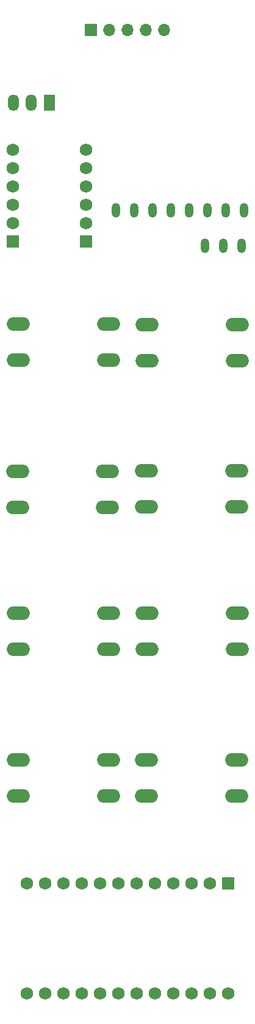
<source format=gbr>
%TF.GenerationSoftware,KiCad,Pcbnew,8.0.6*%
%TF.CreationDate,2025-02-23T20:10:21-06:00*%
%TF.ProjectId,fullycustomcontrolle one hand,66756c6c-7963-4757-9374-6f6d636f6e74,rev?*%
%TF.SameCoordinates,Original*%
%TF.FileFunction,Soldermask,Top*%
%TF.FilePolarity,Negative*%
%FSLAX46Y46*%
G04 Gerber Fmt 4.6, Leading zero omitted, Abs format (unit mm)*
G04 Created by KiCad (PCBNEW 8.0.6) date 2025-02-23 20:10:21*
%MOMM*%
%LPD*%
G01*
G04 APERTURE LIST*
G04 Aperture macros list*
%AMRoundRect*
0 Rectangle with rounded corners*
0 $1 Rounding radius*
0 $2 $3 $4 $5 $6 $7 $8 $9 X,Y pos of 4 corners*
0 Add a 4 corners polygon primitive as box body*
4,1,4,$2,$3,$4,$5,$6,$7,$8,$9,$2,$3,0*
0 Add four circle primitives for the rounded corners*
1,1,$1+$1,$2,$3*
1,1,$1+$1,$4,$5*
1,1,$1+$1,$6,$7*
1,1,$1+$1,$8,$9*
0 Add four rect primitives between the rounded corners*
20,1,$1+$1,$2,$3,$4,$5,0*
20,1,$1+$1,$4,$5,$6,$7,0*
20,1,$1+$1,$6,$7,$8,$9,0*
20,1,$1+$1,$8,$9,$2,$3,0*%
G04 Aperture macros list end*
%ADD10O,3.200000X1.900000*%
%ADD11O,1.200000X2.000000*%
%ADD12R,1.752600X1.752600*%
%ADD13C,1.752600*%
%ADD14R,1.700000X1.700000*%
%ADD15O,1.700000X1.700000*%
%ADD16C,1.728000*%
%ADD17RoundRect,0.102000X0.762000X0.762000X-0.762000X0.762000X-0.762000X-0.762000X0.762000X-0.762000X0*%
%ADD18R,1.500000X2.300000*%
%ADD19O,1.500000X2.300000*%
G04 APERTURE END LIST*
D10*
%TO.C,SW9*%
X197685000Y-66755000D03*
X210185000Y-66755000D03*
X197685000Y-71755000D03*
X210185000Y-71755000D03*
%TD*%
%TO.C,SW8*%
X197585000Y-87035000D03*
X210085000Y-87035000D03*
X197585000Y-92035000D03*
X210085000Y-92035000D03*
%TD*%
D11*
%TO.C,MPU1*%
X193330000Y-50950000D03*
X195870000Y-50950000D03*
X198410000Y-50950000D03*
X200950000Y-50950000D03*
X203490000Y-50950000D03*
X206030000Y-50950000D03*
X208570000Y-50950000D03*
X211110000Y-50950000D03*
%TD*%
%TO.C,SW5*%
X210820000Y-55880000D03*
X208280000Y-55880000D03*
X205740000Y-55880000D03*
%TD*%
D10*
%TO.C,SW6*%
X192205000Y-92075000D03*
X179705000Y-92075000D03*
X192205000Y-87075000D03*
X179705000Y-87075000D03*
%TD*%
D12*
%TO.C,U1*%
X208915000Y-144145000D03*
D13*
X206375000Y-144145000D03*
X203835000Y-144145000D03*
X201295000Y-144145000D03*
X198755000Y-144145000D03*
X196215000Y-144145000D03*
X193675000Y-144145000D03*
X191135000Y-144145000D03*
X188595000Y-144145000D03*
X186055000Y-144145000D03*
X183515000Y-144145000D03*
X180975000Y-144145000D03*
X180975000Y-159385000D03*
X183515000Y-159385000D03*
X186055000Y-159385000D03*
X188595000Y-159385000D03*
X191135000Y-159385000D03*
X193675000Y-159385000D03*
X196215000Y-159385000D03*
X198755000Y-159385000D03*
X201295000Y-159385000D03*
X203835000Y-159385000D03*
X206375000Y-159385000D03*
X208915000Y-159385000D03*
%TD*%
D10*
%TO.C,SW7*%
X179805000Y-106720000D03*
X192305000Y-106720000D03*
X179805000Y-111720000D03*
X192305000Y-111720000D03*
%TD*%
D14*
%TO.C,J1*%
X189865000Y-26010000D03*
D15*
X192405000Y-26010000D03*
X194945000Y-26010000D03*
X197485000Y-26010000D03*
X200025000Y-26010000D03*
%TD*%
D10*
%TO.C,SW1*%
X197685000Y-106760000D03*
X210185000Y-106760000D03*
X197685000Y-111760000D03*
X210185000Y-111760000D03*
%TD*%
D16*
%TO.C,U3*%
X179070000Y-47625000D03*
X189230000Y-47625000D03*
X179070000Y-50165000D03*
D17*
X179070000Y-55245000D03*
D16*
X179070000Y-52705000D03*
X179070000Y-45085000D03*
X179070000Y-42545000D03*
X189230000Y-50165000D03*
D17*
X189230000Y-55245000D03*
D16*
X189230000Y-52705000D03*
X189230000Y-45085000D03*
X189230000Y-42545000D03*
%TD*%
D10*
%TO.C,SW2*%
X210085000Y-132040000D03*
X197585000Y-132040000D03*
X210085000Y-127040000D03*
X197585000Y-127040000D03*
%TD*%
%TO.C,SW3*%
X192305000Y-71715000D03*
X179805000Y-71715000D03*
X192305000Y-66715000D03*
X179805000Y-66715000D03*
%TD*%
D18*
%TO.C,U2*%
X184100000Y-36015000D03*
D19*
X181560000Y-36015000D03*
X179110000Y-36015000D03*
%TD*%
D10*
%TO.C,SW4*%
X179805000Y-127040000D03*
X192305000Y-127040000D03*
X179805000Y-132040000D03*
X192305000Y-132040000D03*
%TD*%
M02*

</source>
